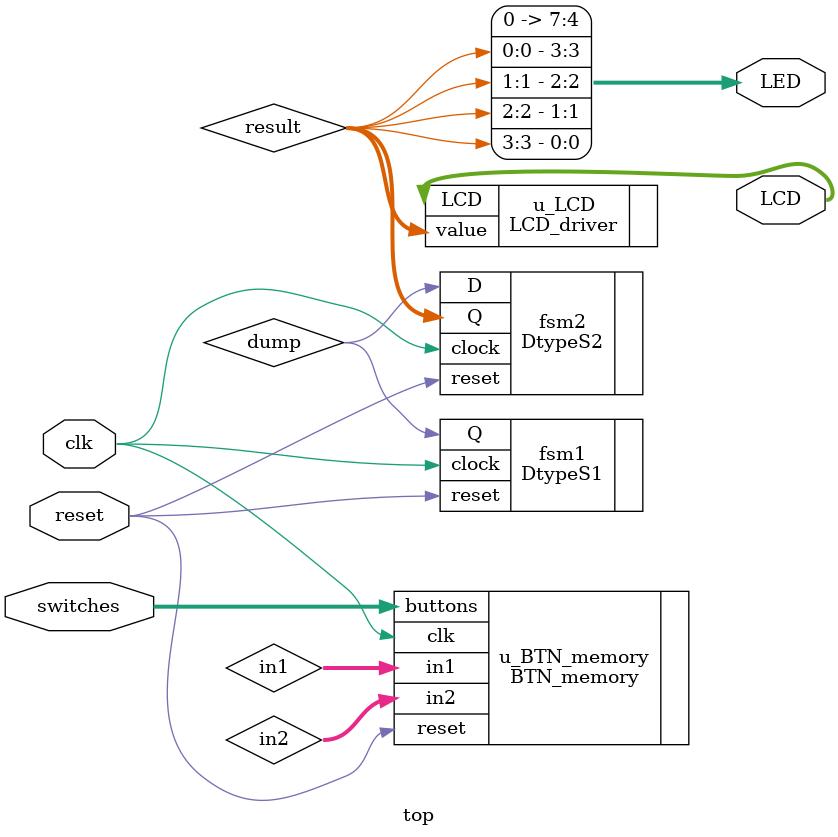
<source format=v>
`timescale 1ns / 1ps
module top(
    input clk,
    input reset,
    input [3:0] switches,
    output [7:0] LED,
    output [7:0] LCD
    );

// use these wires as your inputs
wire [3:0] result;
wire [2:0] in1;
wire [2:0] in2;
wire dump;

// button memory module, driving the inputs from dtypes.

BTN_memory u_BTN_memory(
.clk(clk),
.reset(reset),
.buttons(switches),
.in1(in1),
.in2(in2)
);

// add your own code here
DtypeS1 fsm1 (
.clock(clk),
.reset(reset),
.Q(dump)
);
DtypeS2 fsm2 (
.clock(clk),
.D(dump),
.reset(reset),
.Q(result)
);

// debug logic: drives the input values to the on-board LEDs. 
// you can replace this if you need to. 
assign LED = { result [0],result [1],result [2],result [3]};



// LCD driver instantiation. 
// not currently used; use this only if you attach the LCD board. 

LCD_driver u_LCD(
.value(result),
.LCD(LCD)
);


endmodule

</source>
